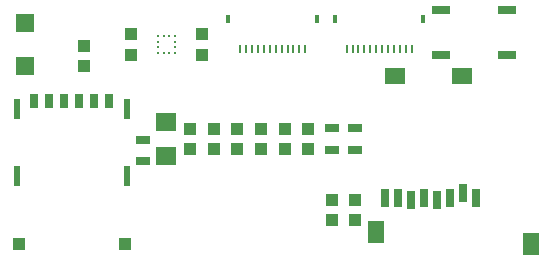
<source format=gtp>
G04 EAGLE Gerber RS-274X export*
G75*
%MOMM*%
%FSLAX34Y34*%
%LPD*%
%INSolderpaste Top*%
%IPPOS*%
%AMOC8*
5,1,8,0,0,1.08239X$1,22.5*%
G01*
%ADD10R,1.200000X0.800000*%
%ADD11R,1.000000X1.100000*%
%ADD12R,1.800000X1.600000*%
%ADD13R,1.800000X1.400000*%
%ADD14R,1.400000X1.900000*%
%ADD15R,0.800000X1.500000*%
%ADD16R,1.600000X1.500000*%
%ADD17R,0.400000X0.800000*%
%ADD18R,0.250000X0.650000*%
%ADD19R,0.250000X0.275000*%
%ADD20R,0.275000X0.250000*%
%ADD21R,0.650000X1.300000*%
%ADD22R,0.480000X1.800000*%
%ADD23R,1.030000X1.000000*%
%ADD24R,1.524000X0.762000*%


D10*
X140000Y81000D03*
X140000Y99000D03*
X300000Y109000D03*
X300000Y91000D03*
X320000Y109000D03*
X320000Y91000D03*
D11*
X200000Y91500D03*
X200000Y108500D03*
D12*
X160000Y86000D03*
X160000Y114000D03*
D11*
X180000Y108500D03*
X180000Y91500D03*
X280000Y91500D03*
X280000Y108500D03*
X240000Y108500D03*
X240000Y91500D03*
X260000Y91500D03*
X260000Y108500D03*
X220000Y91500D03*
X220000Y108500D03*
X300000Y48500D03*
X300000Y31500D03*
X320000Y31500D03*
X320000Y48500D03*
D13*
X410500Y153000D03*
X353500Y153000D03*
D14*
X337500Y21500D03*
X469000Y11500D03*
D15*
X422400Y50000D03*
X411400Y54000D03*
X400400Y50000D03*
X389400Y48000D03*
X378400Y50000D03*
X367400Y48000D03*
X356400Y50000D03*
X345400Y50000D03*
D16*
X40000Y162000D03*
X40000Y198000D03*
D11*
X90000Y161500D03*
X90000Y178500D03*
D17*
X377500Y201500D03*
D18*
X367500Y176500D03*
X362500Y176500D03*
D17*
X302500Y201500D03*
D18*
X357500Y176500D03*
X352500Y176500D03*
X347500Y176500D03*
X342500Y176500D03*
X337500Y176500D03*
X332500Y176500D03*
X327500Y176500D03*
X322500Y176500D03*
X317500Y176500D03*
X312500Y176500D03*
D19*
X157500Y172500D03*
X162500Y172500D03*
X162500Y187500D03*
X157500Y187500D03*
D20*
X152500Y187500D03*
X152500Y182500D03*
X152500Y172500D03*
X152500Y177500D03*
X167500Y172500D03*
X167500Y177500D03*
X167500Y182500D03*
X167500Y187500D03*
D11*
X130000Y171500D03*
X130000Y188500D03*
X190000Y171500D03*
X190000Y188500D03*
D21*
X111750Y132500D03*
X99050Y132500D03*
X86350Y132500D03*
X73650Y132500D03*
X60950Y132500D03*
X48250Y132500D03*
D22*
X33100Y68300D03*
X33100Y125800D03*
X126600Y125800D03*
X126600Y68300D03*
D23*
X35350Y11100D03*
X124650Y11100D03*
D17*
X287500Y201500D03*
D18*
X277500Y176500D03*
X272500Y176500D03*
D17*
X212500Y201500D03*
D18*
X267500Y176500D03*
X262500Y176500D03*
X257500Y176500D03*
X252500Y176500D03*
X247500Y176500D03*
X242500Y176500D03*
X237500Y176500D03*
X232500Y176500D03*
X227500Y176500D03*
X222500Y176500D03*
D24*
X392060Y209050D03*
X447940Y209050D03*
X392060Y170950D03*
X447940Y170950D03*
M02*

</source>
